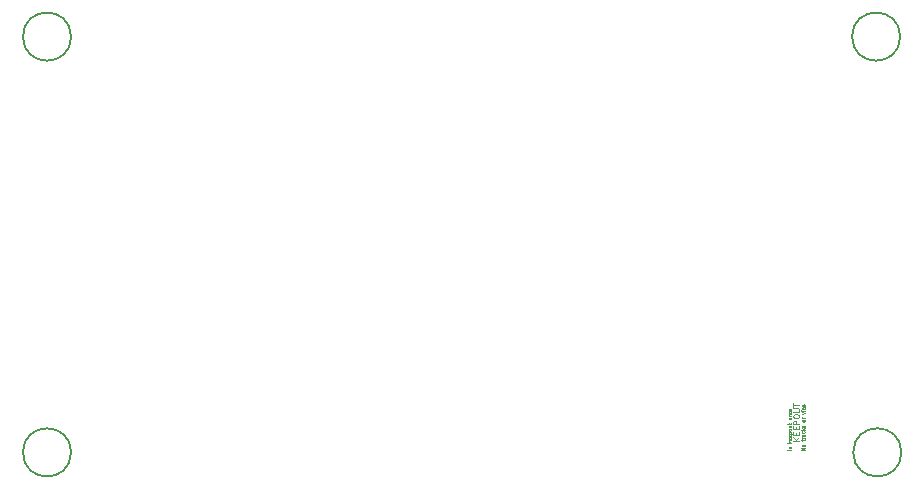
<source format=gbr>
%TF.GenerationSoftware,KiCad,Pcbnew,(6.0.0)*%
%TF.CreationDate,2022-01-25T13:51:39-08:00*%
%TF.ProjectId,nrf5340_qkaa_rev1_sensor,6e726635-3334-4305-9f71-6b61615f7265,rev?*%
%TF.SameCoordinates,Original*%
%TF.FileFunction,Other,Comment*%
%FSLAX46Y46*%
G04 Gerber Fmt 4.6, Leading zero omitted, Abs format (unit mm)*
G04 Created by KiCad (PCBNEW (6.0.0)) date 2022-01-25 13:51:39*
%MOMM*%
%LPD*%
G01*
G04 APERTURE LIST*
%ADD10C,0.050000*%
%ADD11C,0.080000*%
%ADD12C,0.150000*%
G04 APERTURE END LIST*
D10*
%TO.C,SWD1*%
X105385714Y-84908571D02*
X105185714Y-84908571D01*
X105085714Y-84908571D02*
X105100000Y-84922857D01*
X105114285Y-84908571D01*
X105100000Y-84894285D01*
X105085714Y-84908571D01*
X105114285Y-84908571D01*
X105185714Y-84765714D02*
X105385714Y-84765714D01*
X105214285Y-84765714D02*
X105200000Y-84751428D01*
X105185714Y-84722857D01*
X105185714Y-84680000D01*
X105200000Y-84651428D01*
X105228571Y-84637142D01*
X105385714Y-84637142D01*
X105385714Y-84265714D02*
X105085714Y-84265714D01*
X105271428Y-84237142D02*
X105385714Y-84151428D01*
X105185714Y-84151428D02*
X105300000Y-84265714D01*
X105371428Y-83908571D02*
X105385714Y-83937142D01*
X105385714Y-83994285D01*
X105371428Y-84022857D01*
X105342857Y-84037142D01*
X105228571Y-84037142D01*
X105200000Y-84022857D01*
X105185714Y-83994285D01*
X105185714Y-83937142D01*
X105200000Y-83908571D01*
X105228571Y-83894285D01*
X105257142Y-83894285D01*
X105285714Y-84037142D01*
X105371428Y-83651428D02*
X105385714Y-83680000D01*
X105385714Y-83737142D01*
X105371428Y-83765714D01*
X105342857Y-83780000D01*
X105228571Y-83780000D01*
X105200000Y-83765714D01*
X105185714Y-83737142D01*
X105185714Y-83680000D01*
X105200000Y-83651428D01*
X105228571Y-83637142D01*
X105257142Y-83637142D01*
X105285714Y-83780000D01*
X105185714Y-83508571D02*
X105485714Y-83508571D01*
X105200000Y-83508571D02*
X105185714Y-83480000D01*
X105185714Y-83422857D01*
X105200000Y-83394285D01*
X105214285Y-83380000D01*
X105242857Y-83365714D01*
X105328571Y-83365714D01*
X105357142Y-83380000D01*
X105371428Y-83394285D01*
X105385714Y-83422857D01*
X105385714Y-83480000D01*
X105371428Y-83508571D01*
X105385714Y-83194285D02*
X105371428Y-83222857D01*
X105357142Y-83237142D01*
X105328571Y-83251428D01*
X105242857Y-83251428D01*
X105214285Y-83237142D01*
X105200000Y-83222857D01*
X105185714Y-83194285D01*
X105185714Y-83151428D01*
X105200000Y-83122857D01*
X105214285Y-83108571D01*
X105242857Y-83094285D01*
X105328571Y-83094285D01*
X105357142Y-83108571D01*
X105371428Y-83122857D01*
X105385714Y-83151428D01*
X105385714Y-83194285D01*
X105185714Y-82837142D02*
X105385714Y-82837142D01*
X105185714Y-82965714D02*
X105342857Y-82965714D01*
X105371428Y-82951428D01*
X105385714Y-82922857D01*
X105385714Y-82880000D01*
X105371428Y-82851428D01*
X105357142Y-82837142D01*
X105185714Y-82737142D02*
X105185714Y-82622857D01*
X105085714Y-82694285D02*
X105342857Y-82694285D01*
X105371428Y-82680000D01*
X105385714Y-82651428D01*
X105385714Y-82622857D01*
X105385714Y-82165714D02*
X105228571Y-82165714D01*
X105200000Y-82180000D01*
X105185714Y-82208571D01*
X105185714Y-82265714D01*
X105200000Y-82294285D01*
X105371428Y-82165714D02*
X105385714Y-82194285D01*
X105385714Y-82265714D01*
X105371428Y-82294285D01*
X105342857Y-82308571D01*
X105314285Y-82308571D01*
X105285714Y-82294285D01*
X105271428Y-82265714D01*
X105271428Y-82194285D01*
X105257142Y-82165714D01*
X105385714Y-82022857D02*
X105185714Y-82022857D01*
X105242857Y-82022857D02*
X105214285Y-82008571D01*
X105200000Y-81994285D01*
X105185714Y-81965714D01*
X105185714Y-81937142D01*
X105371428Y-81722857D02*
X105385714Y-81751428D01*
X105385714Y-81808571D01*
X105371428Y-81837142D01*
X105342857Y-81851428D01*
X105228571Y-81851428D01*
X105200000Y-81837142D01*
X105185714Y-81808571D01*
X105185714Y-81751428D01*
X105200000Y-81722857D01*
X105228571Y-81708571D01*
X105257142Y-81708571D01*
X105285714Y-81851428D01*
X105385714Y-81451428D02*
X105228571Y-81451428D01*
X105200000Y-81465714D01*
X105185714Y-81494285D01*
X105185714Y-81551428D01*
X105200000Y-81580000D01*
X105371428Y-81451428D02*
X105385714Y-81480000D01*
X105385714Y-81551428D01*
X105371428Y-81580000D01*
X105342857Y-81594285D01*
X105314285Y-81594285D01*
X105285714Y-81580000D01*
X105271428Y-81551428D01*
X105271428Y-81480000D01*
X105257142Y-81451428D01*
D11*
X106086190Y-84097619D02*
X105586190Y-84097619D01*
X106086190Y-83811904D02*
X105800476Y-84026190D01*
X105586190Y-83811904D02*
X105871904Y-84097619D01*
X105824285Y-83597619D02*
X105824285Y-83430952D01*
X106086190Y-83359523D02*
X106086190Y-83597619D01*
X105586190Y-83597619D01*
X105586190Y-83359523D01*
X105824285Y-83145238D02*
X105824285Y-82978571D01*
X106086190Y-82907142D02*
X106086190Y-83145238D01*
X105586190Y-83145238D01*
X105586190Y-82907142D01*
X106086190Y-82692857D02*
X105586190Y-82692857D01*
X105586190Y-82502380D01*
X105610000Y-82454761D01*
X105633809Y-82430952D01*
X105681428Y-82407142D01*
X105752857Y-82407142D01*
X105800476Y-82430952D01*
X105824285Y-82454761D01*
X105848095Y-82502380D01*
X105848095Y-82692857D01*
X105586190Y-82097619D02*
X105586190Y-82002380D01*
X105610000Y-81954761D01*
X105657619Y-81907142D01*
X105752857Y-81883333D01*
X105919523Y-81883333D01*
X106014761Y-81907142D01*
X106062380Y-81954761D01*
X106086190Y-82002380D01*
X106086190Y-82097619D01*
X106062380Y-82145238D01*
X106014761Y-82192857D01*
X105919523Y-82216666D01*
X105752857Y-82216666D01*
X105657619Y-82192857D01*
X105610000Y-82145238D01*
X105586190Y-82097619D01*
X105586190Y-81669047D02*
X105990952Y-81669047D01*
X106038571Y-81645238D01*
X106062380Y-81621428D01*
X106086190Y-81573809D01*
X106086190Y-81478571D01*
X106062380Y-81430952D01*
X106038571Y-81407142D01*
X105990952Y-81383333D01*
X105586190Y-81383333D01*
X105586190Y-81216666D02*
X105586190Y-80930952D01*
X106086190Y-81073809D02*
X105586190Y-81073809D01*
D10*
X106545714Y-84891428D02*
X106245714Y-84891428D01*
X106545714Y-84720000D01*
X106245714Y-84720000D01*
X106545714Y-84534285D02*
X106531428Y-84562857D01*
X106517142Y-84577142D01*
X106488571Y-84591428D01*
X106402857Y-84591428D01*
X106374285Y-84577142D01*
X106360000Y-84562857D01*
X106345714Y-84534285D01*
X106345714Y-84491428D01*
X106360000Y-84462857D01*
X106374285Y-84448571D01*
X106402857Y-84434285D01*
X106488571Y-84434285D01*
X106517142Y-84448571D01*
X106531428Y-84462857D01*
X106545714Y-84491428D01*
X106545714Y-84534285D01*
X106345714Y-84120000D02*
X106345714Y-84005714D01*
X106245714Y-84077142D02*
X106502857Y-84077142D01*
X106531428Y-84062857D01*
X106545714Y-84034285D01*
X106545714Y-84005714D01*
X106545714Y-83905714D02*
X106345714Y-83905714D01*
X106402857Y-83905714D02*
X106374285Y-83891428D01*
X106360000Y-83877142D01*
X106345714Y-83848571D01*
X106345714Y-83820000D01*
X106545714Y-83591428D02*
X106388571Y-83591428D01*
X106360000Y-83605714D01*
X106345714Y-83634285D01*
X106345714Y-83691428D01*
X106360000Y-83720000D01*
X106531428Y-83591428D02*
X106545714Y-83620000D01*
X106545714Y-83691428D01*
X106531428Y-83720000D01*
X106502857Y-83734285D01*
X106474285Y-83734285D01*
X106445714Y-83720000D01*
X106431428Y-83691428D01*
X106431428Y-83620000D01*
X106417142Y-83591428D01*
X106531428Y-83320000D02*
X106545714Y-83348571D01*
X106545714Y-83405714D01*
X106531428Y-83434285D01*
X106517142Y-83448571D01*
X106488571Y-83462857D01*
X106402857Y-83462857D01*
X106374285Y-83448571D01*
X106360000Y-83434285D01*
X106345714Y-83405714D01*
X106345714Y-83348571D01*
X106360000Y-83320000D01*
X106545714Y-83191428D02*
X106245714Y-83191428D01*
X106431428Y-83162857D02*
X106545714Y-83077142D01*
X106345714Y-83077142D02*
X106460000Y-83191428D01*
X106531428Y-82962857D02*
X106545714Y-82934285D01*
X106545714Y-82877142D01*
X106531428Y-82848571D01*
X106502857Y-82834285D01*
X106488571Y-82834285D01*
X106460000Y-82848571D01*
X106445714Y-82877142D01*
X106445714Y-82920000D01*
X106431428Y-82948571D01*
X106402857Y-82962857D01*
X106388571Y-82962857D01*
X106360000Y-82948571D01*
X106345714Y-82920000D01*
X106345714Y-82877142D01*
X106360000Y-82848571D01*
X106545714Y-82434285D02*
X106531428Y-82462857D01*
X106517142Y-82477142D01*
X106488571Y-82491428D01*
X106402857Y-82491428D01*
X106374285Y-82477142D01*
X106360000Y-82462857D01*
X106345714Y-82434285D01*
X106345714Y-82391428D01*
X106360000Y-82362857D01*
X106374285Y-82348571D01*
X106402857Y-82334285D01*
X106488571Y-82334285D01*
X106517142Y-82348571D01*
X106531428Y-82362857D01*
X106545714Y-82391428D01*
X106545714Y-82434285D01*
X106545714Y-82205714D02*
X106345714Y-82205714D01*
X106402857Y-82205714D02*
X106374285Y-82191428D01*
X106360000Y-82177142D01*
X106345714Y-82148571D01*
X106345714Y-82120000D01*
X106345714Y-81820000D02*
X106545714Y-81748571D01*
X106345714Y-81677142D01*
X106545714Y-81562857D02*
X106345714Y-81562857D01*
X106245714Y-81562857D02*
X106260000Y-81577142D01*
X106274285Y-81562857D01*
X106260000Y-81548571D01*
X106245714Y-81562857D01*
X106274285Y-81562857D01*
X106545714Y-81291428D02*
X106388571Y-81291428D01*
X106360000Y-81305714D01*
X106345714Y-81334285D01*
X106345714Y-81391428D01*
X106360000Y-81420000D01*
X106531428Y-81291428D02*
X106545714Y-81320000D01*
X106545714Y-81391428D01*
X106531428Y-81420000D01*
X106502857Y-81434285D01*
X106474285Y-81434285D01*
X106445714Y-81420000D01*
X106431428Y-81391428D01*
X106431428Y-81320000D01*
X106417142Y-81291428D01*
X106531428Y-81162857D02*
X106545714Y-81134285D01*
X106545714Y-81077142D01*
X106531428Y-81048571D01*
X106502857Y-81034285D01*
X106488571Y-81034285D01*
X106460000Y-81048571D01*
X106445714Y-81077142D01*
X106445714Y-81120000D01*
X106431428Y-81148571D01*
X106402857Y-81162857D01*
X106388571Y-81162857D01*
X106360000Y-81148571D01*
X106345714Y-81120000D01*
X106345714Y-81077142D01*
X106360000Y-81048571D01*
D12*
%TO.C,H2*%
X44440098Y-85100000D02*
G75*
G03*
X44440098Y-85100000I-2040098J0D01*
G01*
%TO.C,H4*%
X114740098Y-85100000D02*
G75*
G03*
X114740098Y-85100000I-2040098J0D01*
G01*
%TO.C,H1*%
X44440098Y-49900000D02*
G75*
G03*
X44440098Y-49900000I-2040098J0D01*
G01*
%TO.C,H3*%
X114640098Y-49900000D02*
G75*
G03*
X114640098Y-49900000I-2040098J0D01*
G01*
%TD*%
M02*

</source>
